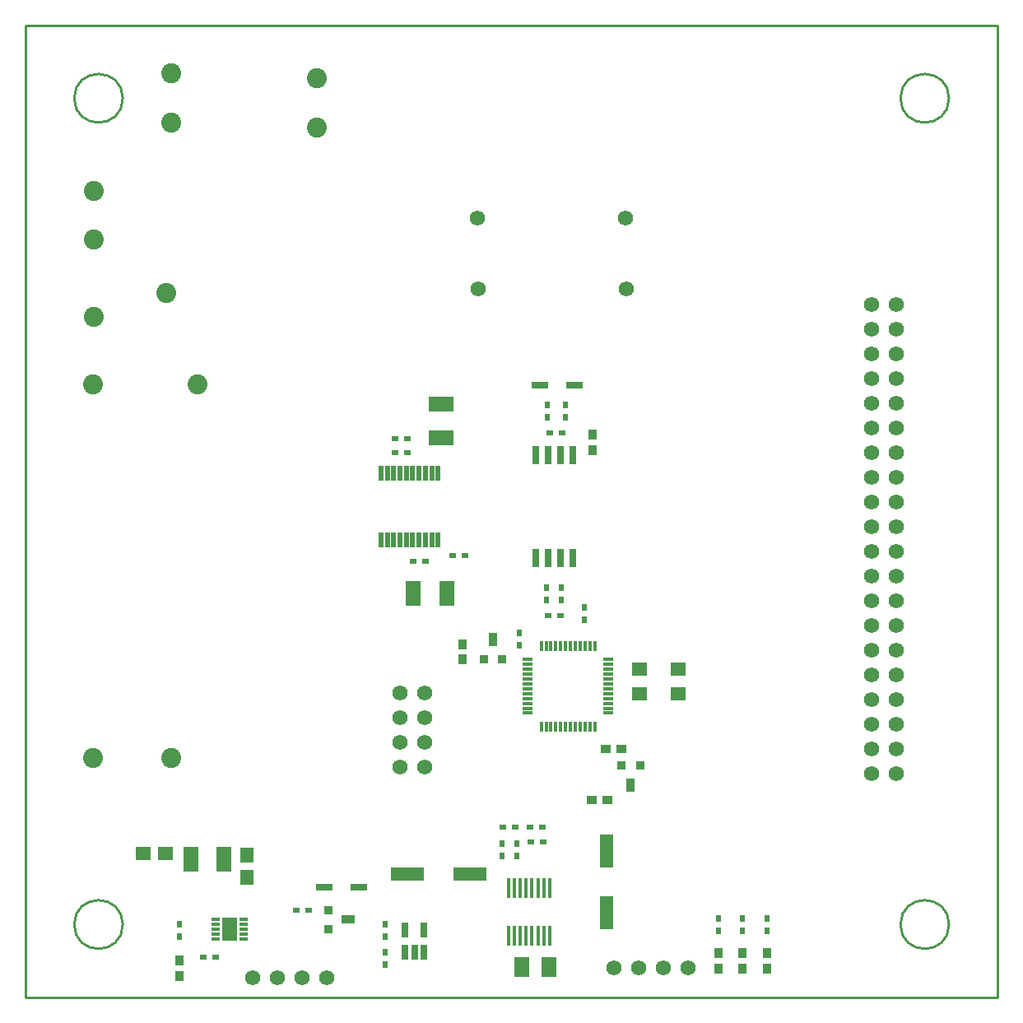
<source format=gts>
*
*
G04 PADS VX.1.1 Build Number: 678707 generated Gerber (RS-274-X) file*
G04 PC Version=2.1*
*
%IN "opqbox2.pcb"*%
*
%MOIN*%
*
%FSLAX35Y35*%
*
*
*
*
G04 PC Standard Apertures*
*
*
G04 Thermal Relief Aperture macro.*
%AMTER*
1,1,$1,0,0*
1,0,$1-$2,0,0*
21,0,$3,$4,0,0,45*
21,0,$3,$4,0,0,135*
%
*
*
G04 Annular Aperture macro.*
%AMANN*
1,1,$1,0,0*
1,0,$2,0,0*
%
*
*
G04 Odd Aperture macro.*
%AMODD*
1,1,$1,0,0*
1,0,$1-0.005,0,0*
%
*
*
G04 PC Custom Aperture Macros*
*
*
*
*
*
*
G04 PC Aperture Table*
*
%ADD010C,0.001*%
%ADD013C,0.01*%
%ADD134C,0.062*%
%ADD153R,0.032X0.04*%
%ADD154R,0.04X0.032*%
%ADD155R,0.062X0.102*%
%ADD156R,0.065X0.0295*%
%ADD157R,0.038X0.038*%
%ADD158R,0.052X0.038*%
%ADD159C,0.08074*%
%ADD161R,0.102X0.062*%
%ADD163R,0.04137X0.01184*%
%ADD164R,0.01184X0.04137*%
%ADD166R,0.13586X0.05712*%
%ADD169R,0.05712X0.13586*%
%ADD177R,0.038X0.052*%
%ADD194R,0.022X0.027*%
%ADD195R,0.027X0.022*%
%ADD196R,0.06499X0.05318*%
%ADD197R,0.01972X0.06499*%
%ADD198R,0.062X0.082*%
%ADD199R,0.06302X0.09452*%
%ADD200R,0.052X0.062*%
%ADD201R,0.062X0.052*%
%ADD202R,0.02562X0.07287*%
%ADD203R,0.01381X0.07877*%
%ADD204R,0.02562X0.05909*%
%ADD205R,0.03546X0.01184*%
*
*
*
*
G04 PC Circuitry*
G04 Layer Name opqbox2.pcb - circuitry*
%LPD*%
*
*
G04 PC Custom Flashes*
G04 Layer Name opqbox2.pcb - flashes*
%LPD*%
*
*
G04 PC Circuitry*
G04 Layer Name opqbox2.pcb - circuitry*
%LPD*%
*
G54D10*
G54D13*
G01X100000Y100000D02*
Y493701D01*
X493701*
Y100000*
X100000*
X139370Y129528D02*
G75*
G03X139370I-9842J0D01*
G01X474016D02*
G03X474016I-9843J0D01*
G01Y464173D02*
G03X474016I-9843J0D01*
G01X139370D02*
G03X139370I-9842J0D01*
G54D134*
G01X283268Y386811D03*
X343268D03*
X343110Y415748D03*
X283110D03*
X251575Y223425D03*
X261575D03*
X251575Y213425D03*
X261575D03*
X251575Y203425D03*
X261575D03*
X251575Y193425D03*
X261575D03*
X452520Y190551D03*
X442520D03*
X452520Y200551D03*
X442520D03*
X452520Y210551D03*
X442520D03*
X452520Y220551D03*
X442520D03*
X452520Y230551D03*
X442520D03*
X452520Y240551D03*
X442520D03*
X452520Y250551D03*
X442520D03*
X452520Y260551D03*
X442520D03*
X452520Y270551D03*
X442520D03*
X452520Y280551D03*
X442520D03*
X452520Y290551D03*
X442520D03*
X452520Y300551D03*
X442520D03*
X452520Y310551D03*
X442520D03*
X452520Y320551D03*
X442520D03*
X452520Y330551D03*
X442520D03*
X452520Y340551D03*
X442520D03*
X452520Y350551D03*
X442520D03*
X452520Y360551D03*
X442520D03*
X452520Y370551D03*
X442520D03*
X452520Y380551D03*
X442520D03*
X192126Y107874D03*
X202126D03*
X212126D03*
X222126D03*
X338189Y111811D03*
X348189D03*
X358189D03*
X368189D03*
G54D153*
X380512Y111664D03*
Y117864D03*
X390354Y111664D03*
Y117864D03*
X400197Y111664D03*
Y117864D03*
X276969Y243061D03*
Y236861D03*
X329528Y327903D03*
Y321703D03*
X162205Y114911D03*
Y108711D03*
G54D154*
X335580Y179921D03*
X329380D03*
X341289Y200591D03*
X335089D03*
G54D155*
X270530Y263780D03*
X257030D03*
X166872Y155906D03*
X180372D03*
G54D156*
X322304Y348031D03*
X308404D03*
X221003Y144488D03*
X234903D03*
G54D157*
X348829Y194057D03*
X341329D03*
X285620Y236848D03*
X293120D03*
X222478Y135246D03*
Y127746D03*
G54D158*
X230478Y131496D03*
G54D159*
X218110Y452362D03*
Y472362D03*
X157087Y385433D03*
X127559Y375591D03*
Y426772D03*
Y407087D03*
X159055Y454331D03*
Y474331D03*
X127362Y348425D03*
X169685D03*
X158858Y196850D03*
X127362D03*
G54D161*
X268307Y326715D03*
Y340215D03*
G54D163*
X336122Y215157D03*
Y217126D03*
Y219094D03*
Y221063D03*
Y223031D03*
Y225000D03*
Y226969D03*
Y228937D03*
Y230906D03*
Y232874D03*
Y234843D03*
Y236811D03*
X303248D03*
Y234843D03*
Y232874D03*
Y230906D03*
Y228937D03*
Y226969D03*
Y225000D03*
Y223031D03*
Y221063D03*
Y219094D03*
Y217126D03*
Y215157D03*
G54D164*
X330512Y242421D03*
X328543D03*
X326575D03*
X324606D03*
X322638D03*
X320669D03*
X318701D03*
X316732D03*
X314764D03*
X312795D03*
X310827D03*
X308858D03*
Y209547D03*
X310827D03*
X312795D03*
X314764D03*
X316732D03*
X318701D03*
X320669D03*
X322638D03*
X324606D03*
X326575D03*
X328543D03*
X330512D03*
G54D166*
X254724Y150000D03*
X279921D03*
G54D169*
X335433Y159449D03*
Y134252D03*
G54D177*
X345079Y186057D03*
X289370Y244848D03*
G54D194*
X326378Y253012D03*
Y258012D03*
X380512Y132028D03*
Y127028D03*
X390354Y132028D03*
Y127028D03*
X400197Y132028D03*
Y127028D03*
X299803Y247776D03*
Y242776D03*
X311417Y339902D03*
Y334902D03*
X318504Y339902D03*
Y334902D03*
X316929Y265886D03*
Y260886D03*
X311024Y265886D03*
Y260886D03*
X298819Y157343D03*
Y162343D03*
X292913Y157343D03*
Y162343D03*
X245669Y129665D03*
Y124665D03*
Y118248D03*
Y113248D03*
X162205Y129665D03*
Y124665D03*
G54D195*
X272894Y278937D03*
X277894D03*
X256949Y276772D03*
X261949D03*
X311476Y254528D03*
X316476D03*
X312461Y328740D03*
X317461D03*
X254469Y326378D03*
X249469D03*
Y320472D03*
X254469D03*
X304587Y162992D03*
X309587D03*
X304429Y168819D03*
X309429D03*
X293169Y168898D03*
X298169D03*
X214705Y135433D03*
X209705D03*
X176909Y116142D03*
X171909D03*
G54D196*
X364370Y232874D03*
X348622D03*
Y223031D03*
X364370D03*
G54D197*
X243996Y285236D03*
X246555D03*
X249114D03*
X251673D03*
X254232D03*
X256791D03*
X259350D03*
X261909D03*
X264469D03*
X267028D03*
Y312402D03*
X264469D03*
X261909D03*
X259350D03*
X256791D03*
X254232D03*
X251673D03*
X249114D03*
X246555D03*
X243996D03*
G54D198*
X300799Y112205D03*
X311799D03*
G54D199*
X182677Y127559D03*
G54D200*
X189764Y157650D03*
Y148650D03*
G54D201*
X156469Y158268D03*
X147469D03*
G54D202*
X321673Y319783D03*
X316673D03*
X311673D03*
X306673D03*
Y277854D03*
X311673D03*
X316673D03*
X321673D03*
G54D203*
X295669Y124902D03*
X298031D03*
X300394D03*
X302756D03*
X305118D03*
X307480D03*
X309843D03*
X312205D03*
Y144390D03*
X309843D03*
X307480D03*
X305118D03*
X302756D03*
X300394D03*
X298031D03*
X295669D03*
G54D204*
X253740Y118209D03*
X257480D03*
X261220D03*
Y127461D03*
X253740D03*
G54D205*
X188287Y123622D03*
Y125591D03*
Y127559D03*
Y129528D03*
Y131496D03*
X177067D03*
Y129528D03*
Y127559D03*
Y125591D03*
Y123622D03*
G74*
X0Y0D02*
M02*

</source>
